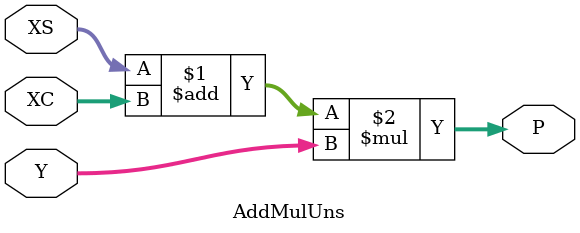
<source format=sv>


module AddMulUns #(
	parameter int BW = 8,     // word width of XS, XC (<= widthY)
	parameter int widthX = BW,     // word width of Y
	parameter int widthY = BW     // word width of Y
) (
	input logic [widthX-1:0] XS,  // multipliers
	input logic [widthX-1:0] XC,
	input logic [widthY-1:0] Y,  // multiplicand
	output logic [widthX+widthY-1:0] P  // product
);
	assign P = (XS + XC) * Y;
endmodule
</source>
